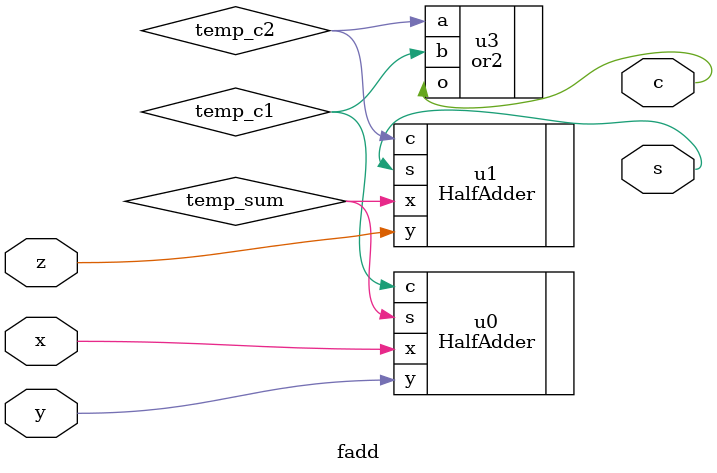
<source format=v>
module fadd(x, y, z, s, c);
input x, y, z;
output s, c;

wire temp_sum, temp_c1, temp_c2;

HalfAdder u0(.x(x), .y(y), .s(temp_sum), .c(temp_c1));

HalfAdder u1(.x(temp_sum), .y(z), .s(s), .c(temp_c2));

or2 u3(.a(temp_c2), .b(temp_c1), .o(c));

endmodule

</source>
